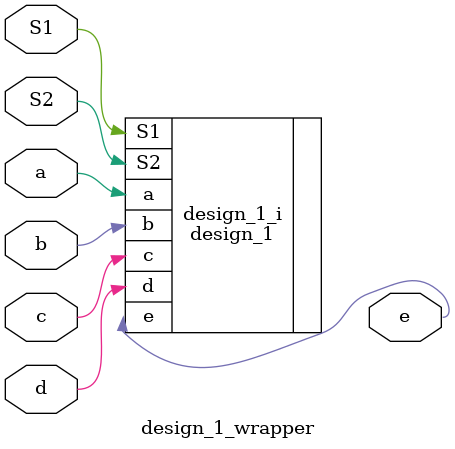
<source format=v>
`timescale 1 ps / 1 ps

module design_1_wrapper
   (S1,
    S2,
    a,
    b,
    c,
    d,
    e);
  input S1;
  input S2;
  input a;
  input b;
  input c;
  input d;
  output [0:0]e;

  wire S1;
  wire S2;
  wire a;
  wire b;
  wire c;
  wire d;
  wire [0:0]e;

  design_1 design_1_i
       (.S1(S1),
        .S2(S2),
        .a(a),
        .b(b),
        .c(c),
        .d(d),
        .e(e));
endmodule

</source>
